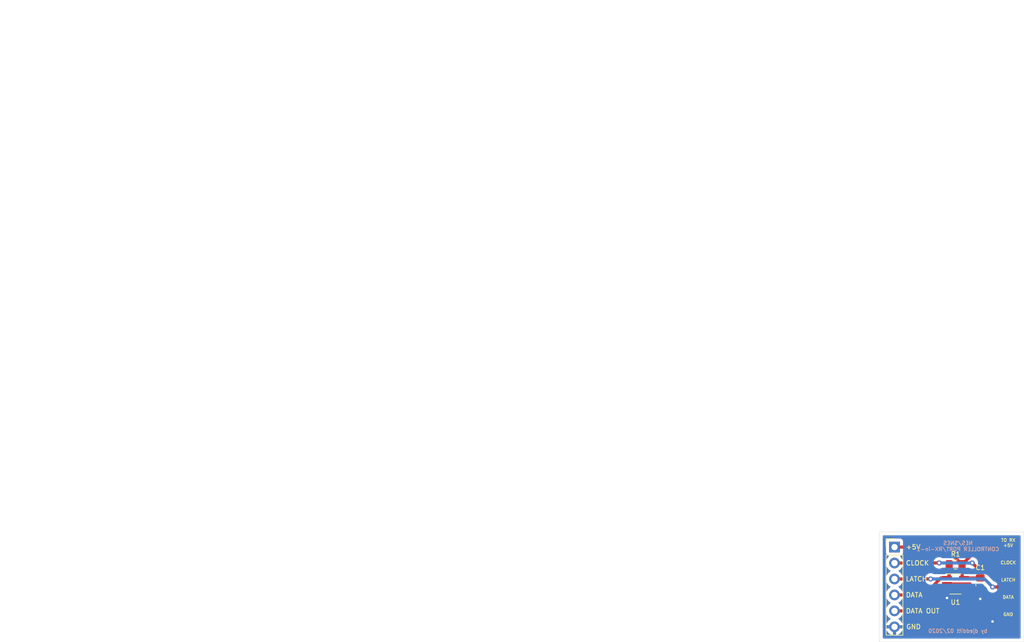
<source format=kicad_pcb>
(kicad_pcb (version 20171130) (host pcbnew "(5.1.4-0-10_14)")

  (general
    (thickness 1.6)
    (drawings 17)
    (tracks 43)
    (zones 0)
    (modules 9)
    (nets 8)
  )

  (page A4)
  (layers
    (0 F.Cu signal)
    (31 B.Cu signal)
    (32 B.Adhes user)
    (33 F.Adhes user)
    (34 B.Paste user)
    (35 F.Paste user)
    (36 B.SilkS user)
    (37 F.SilkS user)
    (38 B.Mask user)
    (39 F.Mask user)
    (40 Dwgs.User user)
    (41 Cmts.User user)
    (42 Eco1.User user)
    (43 Eco2.User user)
    (44 Edge.Cuts user)
    (45 Margin user)
    (46 B.CrtYd user)
    (47 F.CrtYd user hide)
    (48 B.Fab user)
    (49 F.Fab user hide)
  )

  (setup
    (last_trace_width 0.5)
    (trace_clearance 0.2)
    (zone_clearance 0.508)
    (zone_45_only no)
    (trace_min 0.5)
    (via_size 0.8)
    (via_drill 0.4)
    (via_min_size 0.4)
    (via_min_drill 0.3)
    (uvia_size 0.3)
    (uvia_drill 0.1)
    (uvias_allowed no)
    (uvia_min_size 0.2)
    (uvia_min_drill 0.1)
    (edge_width 0.05)
    (segment_width 0.2)
    (pcb_text_width 0.3)
    (pcb_text_size 1.5 1.5)
    (mod_edge_width 0.12)
    (mod_text_size 1 1)
    (mod_text_width 0.15)
    (pad_size 1.524 1.524)
    (pad_drill 0.762)
    (pad_to_mask_clearance 0.051)
    (solder_mask_min_width 0.15)
    (aux_axis_origin 0 0)
    (visible_elements FFFFFF7F)
    (pcbplotparams
      (layerselection 0x010fc_ffffffff)
      (usegerberextensions false)
      (usegerberattributes false)
      (usegerberadvancedattributes false)
      (creategerberjobfile false)
      (excludeedgelayer true)
      (linewidth 0.100000)
      (plotframeref false)
      (viasonmask false)
      (mode 1)
      (useauxorigin false)
      (hpglpennumber 1)
      (hpglpenspeed 20)
      (hpglpendiameter 15.000000)
      (psnegative false)
      (psa4output false)
      (plotreference true)
      (plotvalue true)
      (plotinvisibletext false)
      (padsonsilk false)
      (subtractmaskfromsilk false)
      (outputformat 1)
      (mirror false)
      (drillshape 1)
      (scaleselection 1)
      (outputdirectory ""))
  )

  (net 0 "")
  (net 1 GND)
  (net 2 VCC)
  (net 3 "Net-(DATA_RX1-Pad1)")
  (net 4 "Net-(J1-Pad5)")
  (net 5 "Net-(J1-Pad4)")
  (net 6 "Net-(J1-Pad3)")
  (net 7 "Net-(CLOCK1-Pad1)")

  (net_class Default "This is the default net class."
    (clearance 0.2)
    (trace_width 0.5)
    (via_dia 0.8)
    (via_drill 0.4)
    (uvia_dia 0.3)
    (uvia_drill 0.1)
    (diff_pair_width 0.5)
    (diff_pair_gap 0.25)
    (add_net GND)
    (add_net "Net-(CLOCK1-Pad1)")
    (add_net "Net-(DATA_RX1-Pad1)")
    (add_net "Net-(J1-Pad3)")
    (add_net "Net-(J1-Pad4)")
    (add_net "Net-(J1-Pad5)")
    (add_net VCC)
  )

  (module Connector_PinHeader_2.54mm:PinHeader_1x06_P2.54mm_Horizontal_Edge (layer F.Cu) (tedit 5E52E39B) (tstamp 5E52C47C)
    (at 141.9 87.4)
    (descr "Through hole straight pin header, 1x06, 2.54mm pitch, single row")
    (tags "Through hole pin header THT 1x06 2.54mm single row")
    (path /5E569E0F)
    (fp_text reference J1 (at 0 -2.33) (layer F.SilkS) hide
      (effects (font (size 1 1) (thickness 0.15)))
    )
    (fp_text value Conn_01x06_Male (at 0 15.03) (layer F.Fab)
      (effects (font (size 1 1) (thickness 0.15)))
    )
    (fp_text user %R (at 0 6.35 90) (layer F.Fab)
      (effects (font (size 1 1) (thickness 0.15)))
    )
    (fp_line (start 1.8 -1.8) (end -1.8 -1.8) (layer F.CrtYd) (width 0.05))
    (fp_line (start 1.8 14.5) (end 1.8 -1.8) (layer F.CrtYd) (width 0.05))
    (fp_line (start -1.8 14.5) (end 1.8 14.5) (layer F.CrtYd) (width 0.05))
    (fp_line (start -1.8 -1.8) (end -1.8 14.5) (layer F.CrtYd) (width 0.05))
    (fp_line (start -1.33 -1.33) (end 0 -1.33) (layer F.SilkS) (width 0.12))
    (fp_line (start -1.33 0) (end -1.33 -1.33) (layer F.SilkS) (width 0.12))
    (fp_line (start -1.33 1.27) (end 1.33 1.27) (layer F.SilkS) (width 0.12))
    (fp_line (start 1.33 1.27) (end 1.33 14.03) (layer F.SilkS) (width 0.12))
    (fp_line (start -1.33 1.27) (end -1.33 14.03) (layer F.SilkS) (width 0.12))
    (fp_line (start -1.33 14.03) (end 1.33 14.03) (layer F.SilkS) (width 0.12))
    (fp_line (start -1.27 -0.635) (end -0.635 -1.27) (layer F.Fab) (width 0.1))
    (fp_line (start -1.27 13.97) (end -1.27 -0.635) (layer F.Fab) (width 0.1))
    (fp_line (start 1.27 13.97) (end -1.27 13.97) (layer F.Fab) (width 0.1))
    (fp_line (start 1.27 -1.27) (end 1.27 13.97) (layer F.Fab) (width 0.1))
    (fp_line (start -0.635 -1.27) (end 1.27 -1.27) (layer F.Fab) (width 0.1))
    (pad 6 thru_hole oval (at 0 12.7) (size 1.7 1.7) (drill 1) (layers *.Cu *.Mask)
      (net 1 GND))
    (pad 5 thru_hole oval (at 0 10.16) (size 1.7 1.7) (drill 1) (layers *.Cu *.Mask)
      (net 4 "Net-(J1-Pad5)"))
    (pad 4 thru_hole oval (at 0 7.62) (size 1.7 1.7) (drill 1) (layers *.Cu *.Mask)
      (net 5 "Net-(J1-Pad4)"))
    (pad 3 thru_hole oval (at 0 5.08) (size 1.7 1.7) (drill 1) (layers *.Cu *.Mask)
      (net 6 "Net-(J1-Pad3)"))
    (pad 2 thru_hole oval (at 0 2.54) (size 1.7 1.7) (drill 1) (layers *.Cu *.Mask)
      (net 7 "Net-(CLOCK1-Pad1)"))
    (pad 1 thru_hole rect (at 0 0) (size 1.7 1.7) (drill 1) (layers *.Cu *.Mask)
      (net 2 VCC))
    (model ${KISYS3DMOD}/Connector_PinHeader_2.54mm.3dshapes/PinHeader_1x06_P2.54mm_Horizontal.wrl
      (offset (xyz 0 -12.5 0))
      (scale (xyz 1 1 1))
      (rotate (xyz 0 0 180))
    )
  )

  (module Capacitor_SMD:C_0805_2012Metric_Pad1.15x1.40mm_HandSolder (layer F.Cu) (tedit 5B36C52B) (tstamp 5E52E84A)
    (at 155.55 93.325 270)
    (descr "Capacitor SMD 0805 (2012 Metric), square (rectangular) end terminal, IPC_7351 nominal with elongated pad for handsoldering. (Body size source: https://docs.google.com/spreadsheets/d/1BsfQQcO9C6DZCsRaXUlFlo91Tg2WpOkGARC1WS5S8t0/edit?usp=sharing), generated with kicad-footprint-generator")
    (tags "capacitor handsolder")
    (path /5E582381)
    (attr smd)
    (fp_text reference C1 (at -2.65 0 180) (layer F.SilkS)
      (effects (font (size 0.75 0.75) (thickness 0.127)))
    )
    (fp_text value C (at 0 1.65 90) (layer F.Fab)
      (effects (font (size 1 1) (thickness 0.15)))
    )
    (fp_text user %R (at 0 0 90) (layer F.Fab)
      (effects (font (size 0.5 0.5) (thickness 0.08)))
    )
    (fp_line (start 1.85 0.95) (end -1.85 0.95) (layer F.CrtYd) (width 0.05))
    (fp_line (start 1.85 -0.95) (end 1.85 0.95) (layer F.CrtYd) (width 0.05))
    (fp_line (start -1.85 -0.95) (end 1.85 -0.95) (layer F.CrtYd) (width 0.05))
    (fp_line (start -1.85 0.95) (end -1.85 -0.95) (layer F.CrtYd) (width 0.05))
    (fp_line (start -0.261252 0.71) (end 0.261252 0.71) (layer F.SilkS) (width 0.12))
    (fp_line (start -0.261252 -0.71) (end 0.261252 -0.71) (layer F.SilkS) (width 0.12))
    (fp_line (start 1 0.6) (end -1 0.6) (layer F.Fab) (width 0.1))
    (fp_line (start 1 -0.6) (end 1 0.6) (layer F.Fab) (width 0.1))
    (fp_line (start -1 -0.6) (end 1 -0.6) (layer F.Fab) (width 0.1))
    (fp_line (start -1 0.6) (end -1 -0.6) (layer F.Fab) (width 0.1))
    (pad 2 smd roundrect (at 1.025 0 270) (size 1.15 1.4) (layers F.Cu F.Paste F.Mask) (roundrect_rratio 0.217391)
      (net 1 GND))
    (pad 1 smd roundrect (at -1.025 0 270) (size 1.15 1.4) (layers F.Cu F.Paste F.Mask) (roundrect_rratio 0.217391)
      (net 2 VCC))
    (model ${KISYS3DMOD}/Capacitor_SMD.3dshapes/C_0805_2012Metric.wrl
      (at (xyz 0 0 0))
      (scale (xyz 1 1 1))
      (rotate (xyz 0 0 0))
    )
  )

  (module Package_TO_SOT_SMD:SOT-23-5_HandSoldering (layer F.Cu) (tedit 5A0AB76C) (tstamp 5E654E43)
    (at 151.6 93.275)
    (descr "5-pin SOT23 package")
    (tags "SOT-23-5 hand-soldering")
    (path /5E50B4B9)
    (attr smd)
    (fp_text reference U1 (at 0 2.91) (layer F.SilkS)
      (effects (font (size 0.75 0.75) (thickness 0.127)))
    )
    (fp_text value 74LVC1G08 (at 0 2.9) (layer F.Fab)
      (effects (font (size 1 1) (thickness 0.15)))
    )
    (fp_line (start 2.38 1.8) (end -2.38 1.8) (layer F.CrtYd) (width 0.05))
    (fp_line (start 2.38 1.8) (end 2.38 -1.8) (layer F.CrtYd) (width 0.05))
    (fp_line (start -2.38 -1.8) (end -2.38 1.8) (layer F.CrtYd) (width 0.05))
    (fp_line (start -2.38 -1.8) (end 2.38 -1.8) (layer F.CrtYd) (width 0.05))
    (fp_line (start 0.9 -1.55) (end 0.9 1.55) (layer F.Fab) (width 0.1))
    (fp_line (start 0.9 1.55) (end -0.9 1.55) (layer F.Fab) (width 0.1))
    (fp_line (start -0.9 -0.9) (end -0.9 1.55) (layer F.Fab) (width 0.1))
    (fp_line (start 0.9 -1.55) (end -0.25 -1.55) (layer F.Fab) (width 0.1))
    (fp_line (start -0.9 -0.9) (end -0.25 -1.55) (layer F.Fab) (width 0.1))
    (fp_line (start 0.9 -1.61) (end -1.55 -1.61) (layer F.SilkS) (width 0.12))
    (fp_line (start -0.9 1.61) (end 0.9 1.61) (layer F.SilkS) (width 0.12))
    (fp_text user %R (at 0 0 90) (layer F.Fab)
      (effects (font (size 0.5 0.5) (thickness 0.075)))
    )
    (pad 5 smd rect (at 1.35 -0.95) (size 1.56 0.65) (layers F.Cu F.Paste F.Mask)
      (net 2 VCC))
    (pad 4 smd rect (at 1.35 0.95) (size 1.56 0.65) (layers F.Cu F.Paste F.Mask)
      (net 4 "Net-(J1-Pad5)"))
    (pad 3 smd rect (at -1.35 0.95) (size 1.56 0.65) (layers F.Cu F.Paste F.Mask)
      (net 1 GND))
    (pad 2 smd rect (at -1.35 0) (size 1.56 0.65) (layers F.Cu F.Paste F.Mask)
      (net 3 "Net-(DATA_RX1-Pad1)"))
    (pad 1 smd rect (at -1.35 -0.95) (size 1.56 0.65) (layers F.Cu F.Paste F.Mask)
      (net 5 "Net-(J1-Pad4)"))
    (model ${KISYS3DMOD}/Package_TO_SOT_SMD.3dshapes/SOT-23-5.wrl
      (at (xyz 0 0 0))
      (scale (xyz 1 1 1))
      (rotate (xyz 0 0 0))
    )
  )

  (module Resistor_SMD:R_0805_2012Metric_Pad1.15x1.40mm_HandSolder (layer F.Cu) (tedit 5B36C52B) (tstamp 5E52EAB3)
    (at 151.625 90.175)
    (descr "Resistor SMD 0805 (2012 Metric), square (rectangular) end terminal, IPC_7351 nominal with elongated pad for handsoldering. (Body size source: https://docs.google.com/spreadsheets/d/1BsfQQcO9C6DZCsRaXUlFlo91Tg2WpOkGARC1WS5S8t0/edit?usp=sharing), generated with kicad-footprint-generator")
    (tags "resistor handsolder")
    (path /5E50CA19)
    (attr smd)
    (fp_text reference R1 (at 0 -1.65) (layer F.SilkS)
      (effects (font (size 0.75 0.75) (thickness 0.127)))
    )
    (fp_text value 10K (at 0 1.65) (layer F.Fab)
      (effects (font (size 1 1) (thickness 0.15)))
    )
    (fp_text user %R (at 0 0) (layer F.Fab)
      (effects (font (size 0.5 0.5) (thickness 0.08)))
    )
    (fp_line (start 1.85 0.95) (end -1.85 0.95) (layer F.CrtYd) (width 0.05))
    (fp_line (start 1.85 -0.95) (end 1.85 0.95) (layer F.CrtYd) (width 0.05))
    (fp_line (start -1.85 -0.95) (end 1.85 -0.95) (layer F.CrtYd) (width 0.05))
    (fp_line (start -1.85 0.95) (end -1.85 -0.95) (layer F.CrtYd) (width 0.05))
    (fp_line (start -0.261252 0.71) (end 0.261252 0.71) (layer F.SilkS) (width 0.12))
    (fp_line (start -0.261252 -0.71) (end 0.261252 -0.71) (layer F.SilkS) (width 0.12))
    (fp_line (start 1 0.6) (end -1 0.6) (layer F.Fab) (width 0.1))
    (fp_line (start 1 -0.6) (end 1 0.6) (layer F.Fab) (width 0.1))
    (fp_line (start -1 -0.6) (end 1 -0.6) (layer F.Fab) (width 0.1))
    (fp_line (start -1 0.6) (end -1 -0.6) (layer F.Fab) (width 0.1))
    (pad 2 smd roundrect (at 1.025 0) (size 1.15 1.4) (layers F.Cu F.Paste F.Mask) (roundrect_rratio 0.217391)
      (net 2 VCC))
    (pad 1 smd roundrect (at -1.025 0) (size 1.15 1.4) (layers F.Cu F.Paste F.Mask) (roundrect_rratio 0.217391)
      (net 5 "Net-(J1-Pad4)"))
    (model ${KISYS3DMOD}/Resistor_SMD.3dshapes/R_0805_2012Metric.wrl
      (at (xyz 0 0 0))
      (scale (xyz 1 1 1))
      (rotate (xyz 0 0 0))
    )
  )

  (module Connector_Wire:SolderWirePad_1x01_SMD_1.25x3.5mm locked (layer F.Cu) (tedit 5E525465) (tstamp 5E52627E)
    (at 160 93.75 270)
    (descr "Wire Pad, Square, SMD Pad,  5mm x 10mm,")
    (tags "MesurementPoint Square SMDPad 5mmx10mm ")
    (path /5E561173)
    (attr smd virtual)
    (fp_text reference LATCH (at -1.125 0 unlocked) (layer F.SilkS)
      (effects (font (size 0.5 0.5) (thickness 0.1)))
    )
    (fp_text value LATCH (at 0 4 90) (layer F.Fab)
      (effects (font (size 1 1) (thickness 0.15)))
    )
    (fp_line (start -0.675 -1.8) (end -0.675 1.8) (layer F.CrtYd) (width 0.05))
    (fp_line (start -0.675 1.8) (end 0.675 1.8) (layer F.CrtYd) (width 0.05))
    (fp_line (start 0.675 1.8) (end 0.675 -1.8) (layer F.CrtYd) (width 0.05))
    (fp_line (start 0.675 -1.8) (end -0.675 -1.8) (layer F.CrtYd) (width 0.05))
    (fp_text user %R (at 0 0 90) (layer F.Fab)
      (effects (font (size 1 1) (thickness 0.15)))
    )
    (pad 1 smd rect (at 0 0 270) (size 1.25 3.5) (layers F.Cu F.Paste F.Mask)
      (net 6 "Net-(J1-Pad3)"))
  )

  (module Connector_Wire:SolderWirePad_1x01_SMD_1.25x3.5mm (layer F.Cu) (tedit 5E525465) (tstamp 5E526299)
    (at 160 99.25 270)
    (descr "Wire Pad, Square, SMD Pad,  5mm x 10mm,")
    (tags "MesurementPoint Square SMDPad 5mmx10mm ")
    (path /5E523CC8)
    (attr smd virtual)
    (fp_text reference GND (at -1.125 0 unlocked) (layer F.SilkS)
      (effects (font (size 0.5 0.5) (thickness 0.1)))
    )
    (fp_text value GND (at 0 4 90) (layer F.Fab)
      (effects (font (size 1 1) (thickness 0.15)))
    )
    (fp_line (start -0.675 -1.8) (end -0.675 1.8) (layer F.CrtYd) (width 0.05))
    (fp_line (start -0.675 1.8) (end 0.675 1.8) (layer F.CrtYd) (width 0.05))
    (fp_line (start 0.675 1.8) (end 0.675 -1.8) (layer F.CrtYd) (width 0.05))
    (fp_line (start 0.675 -1.8) (end -0.675 -1.8) (layer F.CrtYd) (width 0.05))
    (fp_text user %R (at 0 0 90) (layer F.Fab)
      (effects (font (size 1 1) (thickness 0.15)))
    )
    (pad 1 smd rect (at 0 0 270) (size 1.25 3.5) (layers F.Cu F.Paste F.Mask)
      (net 1 GND))
  )

  (module Connector_Wire:SolderWirePad_1x01_SMD_1.25x3.5mm locked (layer F.Cu) (tedit 5E525465) (tstamp 5E526263)
    (at 160 96.5 270)
    (descr "Wire Pad, Square, SMD Pad,  5mm x 10mm,")
    (tags "MesurementPoint Square SMDPad 5mmx10mm ")
    (path /5E510B54)
    (attr smd virtual)
    (fp_text reference DATA (at -1.125 0 unlocked) (layer F.SilkS)
      (effects (font (size 0.5 0.5) (thickness 0.1)))
    )
    (fp_text value "DATA SRX" (at 0 4 90) (layer F.Fab)
      (effects (font (size 1 1) (thickness 0.15)))
    )
    (fp_line (start -0.675 -1.8) (end -0.675 1.8) (layer F.CrtYd) (width 0.05))
    (fp_line (start -0.675 1.8) (end 0.675 1.8) (layer F.CrtYd) (width 0.05))
    (fp_line (start 0.675 1.8) (end 0.675 -1.8) (layer F.CrtYd) (width 0.05))
    (fp_line (start 0.675 -1.8) (end -0.675 -1.8) (layer F.CrtYd) (width 0.05))
    (fp_text user %R (at 0 0 90) (layer F.Fab)
      (effects (font (size 1 1) (thickness 0.15)))
    )
    (pad 1 smd rect (at 0 0 270) (size 1.25 3.5) (layers F.Cu F.Paste F.Mask)
      (net 3 "Net-(DATA_RX1-Pad1)"))
  )

  (module Connector_Wire:SolderWirePad_1x01_SMD_1.25x3.5mm locked (layer F.Cu) (tedit 5E525465) (tstamp 5E5262B4)
    (at 160 91 270)
    (descr "Wire Pad, Square, SMD Pad,  5mm x 10mm,")
    (tags "MesurementPoint Square SMDPad 5mmx10mm ")
    (path /5E560E64)
    (attr smd virtual)
    (fp_text reference CLOCK (at -1.125 0 unlocked) (layer F.SilkS)
      (effects (font (size 0.5 0.5) (thickness 0.1)))
    )
    (fp_text value CLOCK (at 0 4 90) (layer F.Fab)
      (effects (font (size 1 1) (thickness 0.15)))
    )
    (fp_line (start -0.675 -1.8) (end -0.675 1.8) (layer F.CrtYd) (width 0.05))
    (fp_line (start -0.675 1.8) (end 0.675 1.8) (layer F.CrtYd) (width 0.05))
    (fp_line (start 0.675 1.8) (end 0.675 -1.8) (layer F.CrtYd) (width 0.05))
    (fp_line (start 0.675 -1.8) (end -0.675 -1.8) (layer F.CrtYd) (width 0.05))
    (fp_text user %R (at 0 0 90) (layer F.Fab)
      (effects (font (size 1 1) (thickness 0.15)))
    )
    (pad 1 smd rect (at 0 0 270) (size 1.25 3.5) (layers F.Cu F.Paste F.Mask)
      (net 7 "Net-(CLOCK1-Pad1)"))
  )

  (module Connector_Wire:SolderWirePad_1x01_SMD_1.25x3.5mm locked (layer F.Cu) (tedit 5E525465) (tstamp 5E65EC05)
    (at 160 88.25 270)
    (descr "Wire Pad, Square, SMD Pad,  5mm x 10mm,")
    (tags "MesurementPoint Square SMDPad 5mmx10mm ")
    (path /5E522624)
    (attr smd virtual)
    (fp_text reference +5V (at -1.125 0 unlocked) (layer F.SilkS)
      (effects (font (size 0.5 0.5) (thickness 0.1)))
    )
    (fp_text value +5V (at 0 4 90) (layer F.Fab)
      (effects (font (size 1 1) (thickness 0.15)))
    )
    (fp_line (start -0.675 -1.8) (end -0.675 1.8) (layer F.CrtYd) (width 0.05))
    (fp_line (start -0.675 1.8) (end 0.675 1.8) (layer F.CrtYd) (width 0.05))
    (fp_line (start 0.675 1.8) (end 0.675 -1.8) (layer F.CrtYd) (width 0.05))
    (fp_line (start 0.675 -1.8) (end -0.675 -1.8) (layer F.CrtYd) (width 0.05))
    (fp_text user %R (at 0 0 90) (layer F.Fab)
      (effects (font (size 1 1) (thickness 0.15)))
    )
    (pad 1 smd rect (at 0 0 270) (size 1.25 3.5) (layers F.Cu F.Paste F.Mask)
      (net 2 VCC))
  )

  (gr_text "TO RX" (at 160 86.3) (layer F.SilkS) (tstamp 5E65EBEF)
    (effects (font (size 0.5 0.5) (thickness 0.1)))
  )
  (gr_text "NES/SNES\nCONTROLLER PORT/RX-in-1" (at 152 87.25) (layer B.SilkS) (tstamp 5E65EB90)
    (effects (font (size 0.6 0.6) (thickness 0.1)) (justify mirror))
  )
  (gr_poly (pts (xy -0.359 0.414) (xy -0.359 0.413) (xy -0.359 0.411) (xy -0.359 0.41) (xy -0.358 0.409) (xy -0.358 0.407) (xy -0.357 0.406) (xy -0.356 0.405) (xy -0.355 0.404) (xy -0.354 0.402) (xy -0.353 0.401) (xy -0.352 0.4) (xy -0.35 0.399) (xy -0.349 0.398) (xy -0.348 0.397) (xy -0.346 0.396) (xy -0.344 0.395) (xy -0.342 0.394) (xy -0.34 0.394) (xy -0.338 0.393) (xy -0.336 0.392) (xy -0.334 0.391) (xy -0.332 0.391) (xy -0.33 0.39) (xy -0.328 0.39) (xy -0.325 0.389) (xy -0.323 0.389) (xy -0.32 0.388) (xy -0.318 0.388) (xy -0.315 0.388) (xy -0.313 0.388) (xy -0.31 0.388) (xy -0.307 0.388)) (layer Dwgs.User) (width 0.15))
  (gr_poly (pts (xy -0.263 0.463) (xy -0.263 0.461) (xy -0.263 0.46) (xy -0.263 0.458) (xy -0.262 0.457) (xy -0.262 0.456) (xy -0.261 0.454) (xy -0.26 0.453) (xy -0.259 0.452) (xy -0.258 0.451) (xy -0.257 0.449) (xy -0.255 0.448) (xy -0.254 0.447) (xy -0.252 0.446) (xy -0.251 0.445) (xy -0.249 0.444) (xy -0.247 0.443) (xy -0.245 0.442) (xy -0.243 0.441) (xy -0.241 0.44) (xy -0.239 0.44) (xy -0.237 0.439) (xy -0.235 0.438) (xy -0.232 0.438) (xy -0.23 0.437) (xy -0.227 0.437) (xy -0.225 0.436) (xy -0.222 0.436) (xy -0.22 0.436) (xy -0.217 0.435) (xy -0.214 0.435) (xy -0.211 0.435) (xy -0.209 0.435)) (layer Dwgs.User) (width 0.15))
  (gr_poly (pts (xy -0.241 0.402) (xy -0.238 0.402) (xy -0.236 0.402) (xy -0.234 0.401) (xy -0.231 0.401) (xy -0.229 0.4) (xy -0.227 0.399) (xy -0.225 0.399) (xy -0.222 0.398) (xy -0.22 0.397) (xy -0.218 0.395) (xy -0.216 0.394) (xy -0.214 0.393) (xy -0.212 0.392) (xy -0.211 0.39) (xy -0.209 0.389) (xy -0.207 0.387) (xy -0.206 0.385) (xy -0.204 0.383) (xy -0.203 0.382) (xy -0.202 0.38) (xy -0.2 0.378) (xy -0.199 0.376) (xy -0.198 0.374) (xy -0.197 0.371) (xy -0.196 0.369) (xy -0.196 0.367) (xy -0.195 0.365) (xy -0.194 0.362) (xy -0.194 0.36) (xy -0.194 0.358) (xy -0.194 0.355) (xy -0.194 0.353) (xy -0.241 0.402)) (layer Dwgs.User) (width 0.15))
  (gr_poly (pts (xy -0.145 0.451) (xy -0.142 0.451) (xy -0.14 0.45) (xy -0.138 0.45) (xy -0.136 0.449) (xy -0.133 0.449) (xy -0.131 0.448) (xy -0.129 0.447) (xy -0.127 0.446) (xy -0.125 0.445) (xy -0.123 0.444) (xy -0.121 0.443) (xy -0.119 0.442) (xy -0.117 0.441) (xy -0.115 0.439) (xy -0.114 0.438) (xy -0.112 0.436) (xy -0.111 0.434) (xy -0.109 0.433) (xy -0.108 0.431) (xy -0.107 0.429) (xy -0.105 0.427) (xy -0.104 0.425) (xy -0.103 0.423) (xy -0.102 0.421) (xy -0.102 0.419) (xy -0.101 0.417) (xy -0.1 0.414) (xy -0.1 0.412) (xy -0.099 0.41) (xy -0.099 0.408) (xy -0.099 0.405) (xy -0.099 0.403) (xy -0.145 0.451)) (layer Dwgs.User) (width 0.15))
  (gr_text "by djedditt 02/2020" (at 151.98 100.75) (layer B.SilkS)
    (effects (font (size 0.6 0.6) (thickness 0.1)) (justify mirror))
  )
  (gr_text GND (at 143.7 100.09) (layer F.SilkS) (tstamp 5E65AD08)
    (effects (font (size 0.75 0.75) (thickness 0.127)) (justify left))
  )
  (gr_text "DATA OUT" (at 143.65 97.57) (layer F.SilkS) (tstamp 5E523887)
    (effects (font (size 0.75 0.75) (thickness 0.127)) (justify left))
  )
  (gr_text DATA (at 143.65 95.02) (layer F.SilkS) (tstamp 5E52386B)
    (effects (font (size 0.75 0.75) (thickness 0.127)) (justify left))
  )
  (gr_text LATCH (at 143.63 92.48) (layer F.SilkS) (tstamp 5E523829)
    (effects (font (size 0.75 0.75) (thickness 0.127)) (justify left))
  )
  (gr_text CLOCK (at 143.65 89.94) (layer F.SilkS) (tstamp 5E523825)
    (effects (font (size 0.75 0.75) (thickness 0.127)) (justify left))
  )
  (gr_text +5V (at 143.65 87.39) (layer F.SilkS) (tstamp 5E523801)
    (effects (font (size 0.75 0.75) (thickness 0.127)) (justify left))
  )
  (gr_line (start 162.5 85) (end 139.5 85) (layer Edge.Cuts) (width 0.05) (tstamp 5E5197CC))
  (gr_line (start 162.5 85) (end 162.5 102.5) (layer Edge.Cuts) (width 0.05))
  (gr_line (start 139.5 102.5) (end 162.5 102.5) (layer Edge.Cuts) (width 0.05))
  (gr_line (start 139.5 85) (end 139.5 102.5) (layer Edge.Cuts) (width 0.05))

  (via (at 155.55 95.65) (size 0.8) (drill 0.4) (layers F.Cu B.Cu) (net 1) (tstamp 5E52EAE0))
  (via (at 150.25 95.5) (size 0.8) (drill 0.4) (layers F.Cu B.Cu) (net 1) (tstamp 5E52EAFB))
  (segment (start 150.705 94.225) (end 150.25 94.225) (width 0.5) (layer F.Cu) (net 1) (tstamp 5E52EB10))
  (segment (start 155.55 95.65) (end 155.55 94.35) (width 0.5) (layer F.Cu) (net 1))
  (segment (start 150.25 94.225) (end 150.25 95.5) (width 0.5) (layer F.Cu) (net 1))
  (via (at 157.5 99.25) (size 0.8) (drill 0.4) (layers F.Cu B.Cu) (net 1) (tstamp 5E52F1AC))
  (segment (start 157.5 99.25) (end 160 99.25) (width 0.5) (layer F.Cu) (net 1))
  (segment (start 160 88.25) (end 158.875 88.25) (width 0.5) (layer F.Cu) (net 2))
  (segment (start 152.65 90.175) (end 152.65 92.025) (width 0.5) (layer F.Cu) (net 2) (tstamp 5E52EAF2))
  (segment (start 152.65 92.025) (end 152.95 92.325) (width 0.5) (layer F.Cu) (net 2) (tstamp 5E52EAD7))
  (segment (start 155.525 92.325) (end 155.55 92.3) (width 0.5) (layer F.Cu) (net 2))
  (segment (start 152.95 92.325) (end 155.525 92.325) (width 0.5) (layer F.Cu) (net 2))
  (segment (start 141.9 87.4) (end 149.875 87.4) (width 0.5) (layer F.Cu) (net 2))
  (segment (start 149.875 87.4) (end 152.65 90.175) (width 0.5) (layer F.Cu) (net 2))
  (segment (start 154.575 88.25) (end 160 88.25) (width 0.5) (layer F.Cu) (net 2))
  (segment (start 152.65 90.175) (end 154.575 88.25) (width 0.5) (layer F.Cu) (net 2))
  (segment (start 160 96.5) (end 158.875 96.5) (width 0.5) (layer F.Cu) (net 3))
  (segment (start 160 96.5) (end 155.042008 96.5) (width 0.5) (layer F.Cu) (net 3))
  (segment (start 154.3 93.659998) (end 153.915002 93.275) (width 0.5) (layer F.Cu) (net 3))
  (segment (start 154.3 95.757992) (end 154.3 93.659998) (width 0.5) (layer F.Cu) (net 3))
  (segment (start 153.915002 93.275) (end 150.25 93.275) (width 0.5) (layer F.Cu) (net 3))
  (segment (start 155.042008 96.5) (end 154.3 95.757992) (width 0.5) (layer F.Cu) (net 3))
  (segment (start 152.95 95.05) (end 152.95 94.225) (width 0.5) (layer F.Cu) (net 4))
  (segment (start 141.9 97.56) (end 150.44 97.56) (width 0.5) (layer F.Cu) (net 4))
  (segment (start 150.44 97.56) (end 152.95 95.05) (width 0.5) (layer F.Cu) (net 4))
  (segment (start 150.6 91.975) (end 150.25 92.325) (width 0.5) (layer F.Cu) (net 5))
  (segment (start 150.6 90.175) (end 150.6 91.975) (width 0.5) (layer F.Cu) (net 5))
  (segment (start 149.284998 92.325) (end 150.25 92.325) (width 0.5) (layer F.Cu) (net 5))
  (segment (start 141.9 95.02) (end 146.589998 95.02) (width 0.5) (layer F.Cu) (net 5))
  (segment (start 146.589998 95.02) (end 149.284998 92.325) (width 0.5) (layer F.Cu) (net 5))
  (segment (start 157.5 93.75) (end 157.5 93.75) (width 0.5) (layer F.Cu) (net 6))
  (via (at 147.65 92.475) (size 0.8) (drill 0.4) (layers F.Cu B.Cu) (net 6) (tstamp 5E52EAD4))
  (segment (start 157.5 93.75) (end 160 93.75) (width 0.5) (layer F.Cu) (net 6) (tstamp 5E52E004))
  (via (at 157.5 93.75) (size 0.8) (drill 0.4) (layers F.Cu B.Cu) (net 6))
  (segment (start 156.225 92.475) (end 157.5 93.75) (width 0.5) (layer B.Cu) (net 6))
  (segment (start 147.65 92.475) (end 156.225 92.475) (width 0.5) (layer B.Cu) (net 6))
  (segment (start 141.9 92.48) (end 147.65 92.475) (width 0.5) (layer F.Cu) (net 6))
  (via (at 149 89.925) (size 0.8) (drill 0.4) (layers F.Cu B.Cu) (net 7) (tstamp 5E52EE61))
  (via (at 154.275 89.925) (size 0.8) (drill 0.4) (layers F.Cu B.Cu) (net 7) (tstamp 5E52EC3C))
  (segment (start 141.9 89.94) (end 149 89.925) (width 0.5) (layer F.Cu) (net 7))
  (segment (start 160 91) (end 155.35 91) (width 0.5) (layer F.Cu) (net 7))
  (segment (start 155.35 91) (end 154.275 89.925) (width 0.5) (layer F.Cu) (net 7))
  (segment (start 149 89.925) (end 154.35 89.94) (width 0.5) (layer B.Cu) (net 7))

  (zone (net 1) (net_name GND) (layer B.Cu) (tstamp 0) (hatch edge 0.508)
    (connect_pads (clearance 0.508))
    (min_thickness 0.254)
    (fill yes (arc_segments 32) (thermal_gap 0.508) (thermal_bridge_width 0.508))
    (polygon
      (pts
        (xy 139.5 85) (xy 162.5 85) (xy 162.5 102.5) (xy 139.5 102.5)
      )
    )
    (filled_polygon
      (pts
        (xy 161.840001 101.84) (xy 140.16 101.84) (xy 140.16 100.45689) (xy 140.458524 100.45689) (xy 140.503175 100.604099)
        (xy 140.628359 100.86692) (xy 140.802412 101.100269) (xy 141.018645 101.295178) (xy 141.268748 101.444157) (xy 141.543109 101.541481)
        (xy 141.773 101.420814) (xy 141.773 100.227) (xy 142.027 100.227) (xy 142.027 101.420814) (xy 142.256891 101.541481)
        (xy 142.531252 101.444157) (xy 142.781355 101.295178) (xy 142.997588 101.100269) (xy 143.171641 100.86692) (xy 143.296825 100.604099)
        (xy 143.341476 100.45689) (xy 143.220155 100.227) (xy 142.027 100.227) (xy 141.773 100.227) (xy 140.579845 100.227)
        (xy 140.458524 100.45689) (xy 140.16 100.45689) (xy 140.16 89.94) (xy 140.407815 89.94) (xy 140.436487 90.231111)
        (xy 140.521401 90.511034) (xy 140.659294 90.769014) (xy 140.844866 90.995134) (xy 141.070986 91.180706) (xy 141.125791 91.21)
        (xy 141.070986 91.239294) (xy 140.844866 91.424866) (xy 140.659294 91.650986) (xy 140.521401 91.908966) (xy 140.436487 92.188889)
        (xy 140.407815 92.48) (xy 140.436487 92.771111) (xy 140.521401 93.051034) (xy 140.659294 93.309014) (xy 140.844866 93.535134)
        (xy 141.070986 93.720706) (xy 141.125791 93.75) (xy 141.070986 93.779294) (xy 140.844866 93.964866) (xy 140.659294 94.190986)
        (xy 140.521401 94.448966) (xy 140.436487 94.728889) (xy 140.407815 95.02) (xy 140.436487 95.311111) (xy 140.521401 95.591034)
        (xy 140.659294 95.849014) (xy 140.844866 96.075134) (xy 141.070986 96.260706) (xy 141.125791 96.29) (xy 141.070986 96.319294)
        (xy 140.844866 96.504866) (xy 140.659294 96.730986) (xy 140.521401 96.988966) (xy 140.436487 97.268889) (xy 140.407815 97.56)
        (xy 140.436487 97.851111) (xy 140.521401 98.131034) (xy 140.659294 98.389014) (xy 140.844866 98.615134) (xy 141.070986 98.800706)
        (xy 141.135523 98.835201) (xy 141.018645 98.904822) (xy 140.802412 99.099731) (xy 140.628359 99.33308) (xy 140.503175 99.595901)
        (xy 140.458524 99.74311) (xy 140.579845 99.973) (xy 141.773 99.973) (xy 141.773 99.953) (xy 142.027 99.953)
        (xy 142.027 99.973) (xy 143.220155 99.973) (xy 143.341476 99.74311) (xy 143.296825 99.595901) (xy 143.171641 99.33308)
        (xy 142.997588 99.099731) (xy 142.781355 98.904822) (xy 142.664477 98.835201) (xy 142.729014 98.800706) (xy 142.955134 98.615134)
        (xy 143.140706 98.389014) (xy 143.278599 98.131034) (xy 143.363513 97.851111) (xy 143.392185 97.56) (xy 143.363513 97.268889)
        (xy 143.278599 96.988966) (xy 143.140706 96.730986) (xy 142.955134 96.504866) (xy 142.729014 96.319294) (xy 142.674209 96.29)
        (xy 142.729014 96.260706) (xy 142.955134 96.075134) (xy 143.140706 95.849014) (xy 143.278599 95.591034) (xy 143.363513 95.311111)
        (xy 143.392185 95.02) (xy 143.363513 94.728889) (xy 143.278599 94.448966) (xy 143.140706 94.190986) (xy 142.955134 93.964866)
        (xy 142.729014 93.779294) (xy 142.674209 93.75) (xy 142.729014 93.720706) (xy 142.955134 93.535134) (xy 143.140706 93.309014)
        (xy 143.278599 93.051034) (xy 143.363513 92.771111) (xy 143.392185 92.48) (xy 143.381653 92.373061) (xy 146.615 92.373061)
        (xy 146.615 92.576939) (xy 146.654774 92.776898) (xy 146.732795 92.965256) (xy 146.846063 93.134774) (xy 146.990226 93.278937)
        (xy 147.159744 93.392205) (xy 147.348102 93.470226) (xy 147.548061 93.51) (xy 147.751939 93.51) (xy 147.951898 93.470226)
        (xy 148.140256 93.392205) (xy 148.188454 93.36) (xy 155.858422 93.36) (xy 156.493465 93.995044) (xy 156.504774 94.051898)
        (xy 156.582795 94.240256) (xy 156.696063 94.409774) (xy 156.840226 94.553937) (xy 157.009744 94.667205) (xy 157.198102 94.745226)
        (xy 157.398061 94.785) (xy 157.601939 94.785) (xy 157.801898 94.745226) (xy 157.990256 94.667205) (xy 158.159774 94.553937)
        (xy 158.303937 94.409774) (xy 158.417205 94.240256) (xy 158.495226 94.051898) (xy 158.535 93.851939) (xy 158.535 93.648061)
        (xy 158.495226 93.448102) (xy 158.417205 93.259744) (xy 158.303937 93.090226) (xy 158.159774 92.946063) (xy 157.990256 92.832795)
        (xy 157.801898 92.754774) (xy 157.745044 92.743465) (xy 156.881534 91.879956) (xy 156.853817 91.846183) (xy 156.719059 91.735589)
        (xy 156.565313 91.653411) (xy 156.39849 91.602805) (xy 156.268477 91.59) (xy 156.268469 91.59) (xy 156.225 91.585719)
        (xy 156.181531 91.59) (xy 148.188454 91.59) (xy 148.140256 91.557795) (xy 147.951898 91.479774) (xy 147.751939 91.44)
        (xy 147.548061 91.44) (xy 147.348102 91.479774) (xy 147.159744 91.557795) (xy 146.990226 91.671063) (xy 146.846063 91.815226)
        (xy 146.732795 91.984744) (xy 146.654774 92.173102) (xy 146.615 92.373061) (xy 143.381653 92.373061) (xy 143.363513 92.188889)
        (xy 143.278599 91.908966) (xy 143.140706 91.650986) (xy 142.955134 91.424866) (xy 142.729014 91.239294) (xy 142.674209 91.21)
        (xy 142.729014 91.180706) (xy 142.955134 90.995134) (xy 143.140706 90.769014) (xy 143.278599 90.511034) (xy 143.363513 90.231111)
        (xy 143.392185 89.94) (xy 143.380668 89.823061) (xy 147.965 89.823061) (xy 147.965 90.026939) (xy 148.004774 90.226898)
        (xy 148.082795 90.415256) (xy 148.196063 90.584774) (xy 148.340226 90.728937) (xy 148.509744 90.842205) (xy 148.698102 90.920226)
        (xy 148.898061 90.96) (xy 149.101939 90.96) (xy 149.301898 90.920226) (xy 149.490256 90.842205) (xy 149.5362 90.811506)
        (xy 153.756509 90.823339) (xy 153.784744 90.842205) (xy 153.973102 90.920226) (xy 154.173061 90.96) (xy 154.376939 90.96)
        (xy 154.576898 90.920226) (xy 154.765256 90.842205) (xy 154.934774 90.728937) (xy 155.078937 90.584774) (xy 155.192205 90.415256)
        (xy 155.270226 90.226898) (xy 155.31 90.026939) (xy 155.31 89.823061) (xy 155.270226 89.623102) (xy 155.192205 89.434744)
        (xy 155.078937 89.265226) (xy 154.934774 89.121063) (xy 154.765256 89.007795) (xy 154.576898 88.929774) (xy 154.376939 88.89)
        (xy 154.173061 88.89) (xy 153.973102 88.929774) (xy 153.784744 89.007795) (xy 153.716758 89.053222) (xy 149.540719 89.041513)
        (xy 149.490256 89.007795) (xy 149.301898 88.929774) (xy 149.101939 88.89) (xy 148.898061 88.89) (xy 148.698102 88.929774)
        (xy 148.509744 89.007795) (xy 148.340226 89.121063) (xy 148.196063 89.265226) (xy 148.082795 89.434744) (xy 148.004774 89.623102)
        (xy 147.965 89.823061) (xy 143.380668 89.823061) (xy 143.363513 89.648889) (xy 143.278599 89.368966) (xy 143.140706 89.110986)
        (xy 142.955134 88.884866) (xy 142.925313 88.860393) (xy 142.99418 88.839502) (xy 143.104494 88.780537) (xy 143.201185 88.701185)
        (xy 143.280537 88.604494) (xy 143.339502 88.49418) (xy 143.375812 88.374482) (xy 143.388072 88.25) (xy 143.388072 86.55)
        (xy 143.375812 86.425518) (xy 143.339502 86.30582) (xy 143.280537 86.195506) (xy 143.201185 86.098815) (xy 143.104494 86.019463)
        (xy 142.99418 85.960498) (xy 142.874482 85.924188) (xy 142.75 85.911928) (xy 141.05 85.911928) (xy 140.925518 85.924188)
        (xy 140.80582 85.960498) (xy 140.695506 86.019463) (xy 140.598815 86.098815) (xy 140.519463 86.195506) (xy 140.460498 86.30582)
        (xy 140.424188 86.425518) (xy 140.411928 86.55) (xy 140.411928 88.25) (xy 140.424188 88.374482) (xy 140.460498 88.49418)
        (xy 140.519463 88.604494) (xy 140.598815 88.701185) (xy 140.695506 88.780537) (xy 140.80582 88.839502) (xy 140.874687 88.860393)
        (xy 140.844866 88.884866) (xy 140.659294 89.110986) (xy 140.521401 89.368966) (xy 140.436487 89.648889) (xy 140.407815 89.94)
        (xy 140.16 89.94) (xy 140.16 85.66) (xy 161.84 85.66)
      )
    )
  )
)

</source>
